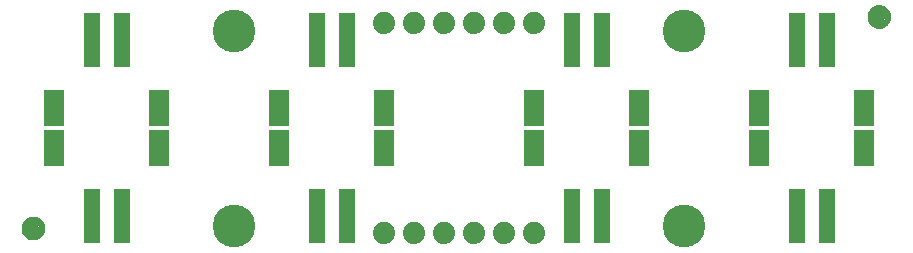
<source format=gbr>
G04 EAGLE Gerber RS-274X export*
G75*
%MOMM*%
%FSLAX34Y34*%
%LPD*%
%INSoldermask Bottom*%
%IPPOS*%
%AMOC8*
5,1,8,0,0,1.08239X$1,22.5*%
G01*
%ADD10C,1.879600*%
%ADD11C,3.617600*%
%ADD12R,1.401600X4.601600*%
%ADD13R,1.701600X3.101600*%
%ADD14C,1.101600*%
%ADD15C,0.469900*%


D10*
X63500Y-88900D03*
X38100Y-88900D03*
X12700Y-88900D03*
X-12700Y-88900D03*
X-38100Y-88900D03*
X-63500Y-88900D03*
D11*
X190500Y82550D03*
X-190500Y82550D03*
X190500Y-82550D03*
X-190500Y-82550D03*
D10*
X63500Y88900D03*
X38100Y88900D03*
X12700Y88900D03*
X-12700Y88900D03*
X-38100Y88900D03*
X-63500Y88900D03*
D12*
X-310950Y74750D03*
X-285950Y74750D03*
D13*
X-342950Y16750D03*
X-253950Y16750D03*
D12*
X-285950Y-74750D03*
X-310950Y-74750D03*
D13*
X-253950Y-16750D03*
X-342950Y-16750D03*
D12*
X-120450Y74750D03*
X-95450Y74750D03*
D13*
X-152450Y16750D03*
X-63450Y16750D03*
D12*
X-95450Y-74750D03*
X-120450Y-74750D03*
D13*
X-63450Y-16750D03*
X-152450Y-16750D03*
D12*
X95450Y74750D03*
X120450Y74750D03*
D13*
X63450Y16750D03*
X152450Y16750D03*
D12*
X120450Y-74750D03*
X95450Y-74750D03*
D13*
X152450Y-16750D03*
X63450Y-16750D03*
D12*
X285950Y74750D03*
X310950Y74750D03*
D13*
X253950Y16750D03*
X342950Y16750D03*
D12*
X310950Y-74750D03*
X285950Y-74750D03*
D13*
X342950Y-16750D03*
X253950Y-16750D03*
D14*
X-360680Y-85090D03*
D15*
X-353180Y-85090D02*
X-353182Y-84909D01*
X-353189Y-84728D01*
X-353200Y-84547D01*
X-353215Y-84366D01*
X-353235Y-84186D01*
X-353259Y-84006D01*
X-353287Y-83827D01*
X-353320Y-83649D01*
X-353357Y-83472D01*
X-353398Y-83295D01*
X-353443Y-83120D01*
X-353493Y-82945D01*
X-353547Y-82772D01*
X-353605Y-82601D01*
X-353667Y-82430D01*
X-353734Y-82262D01*
X-353804Y-82095D01*
X-353878Y-81929D01*
X-353957Y-81766D01*
X-354039Y-81605D01*
X-354125Y-81445D01*
X-354215Y-81288D01*
X-354309Y-81133D01*
X-354406Y-80980D01*
X-354508Y-80830D01*
X-354612Y-80682D01*
X-354721Y-80536D01*
X-354832Y-80394D01*
X-354948Y-80254D01*
X-355066Y-80117D01*
X-355188Y-79982D01*
X-355313Y-79851D01*
X-355441Y-79723D01*
X-355572Y-79598D01*
X-355707Y-79476D01*
X-355844Y-79358D01*
X-355984Y-79242D01*
X-356126Y-79131D01*
X-356272Y-79022D01*
X-356420Y-78918D01*
X-356570Y-78816D01*
X-356723Y-78719D01*
X-356878Y-78625D01*
X-357035Y-78535D01*
X-357195Y-78449D01*
X-357356Y-78367D01*
X-357519Y-78288D01*
X-357685Y-78214D01*
X-357852Y-78144D01*
X-358020Y-78077D01*
X-358191Y-78015D01*
X-358362Y-77957D01*
X-358535Y-77903D01*
X-358710Y-77853D01*
X-358885Y-77808D01*
X-359062Y-77767D01*
X-359239Y-77730D01*
X-359417Y-77697D01*
X-359596Y-77669D01*
X-359776Y-77645D01*
X-359956Y-77625D01*
X-360137Y-77610D01*
X-360318Y-77599D01*
X-360499Y-77592D01*
X-360680Y-77590D01*
X-360861Y-77592D01*
X-361042Y-77599D01*
X-361223Y-77610D01*
X-361404Y-77625D01*
X-361584Y-77645D01*
X-361764Y-77669D01*
X-361943Y-77697D01*
X-362121Y-77730D01*
X-362298Y-77767D01*
X-362475Y-77808D01*
X-362650Y-77853D01*
X-362825Y-77903D01*
X-362998Y-77957D01*
X-363169Y-78015D01*
X-363340Y-78077D01*
X-363508Y-78144D01*
X-363675Y-78214D01*
X-363841Y-78288D01*
X-364004Y-78367D01*
X-364165Y-78449D01*
X-364325Y-78535D01*
X-364482Y-78625D01*
X-364637Y-78719D01*
X-364790Y-78816D01*
X-364940Y-78918D01*
X-365088Y-79022D01*
X-365234Y-79131D01*
X-365376Y-79242D01*
X-365516Y-79358D01*
X-365653Y-79476D01*
X-365788Y-79598D01*
X-365919Y-79723D01*
X-366047Y-79851D01*
X-366172Y-79982D01*
X-366294Y-80117D01*
X-366412Y-80254D01*
X-366528Y-80394D01*
X-366639Y-80536D01*
X-366748Y-80682D01*
X-366852Y-80830D01*
X-366954Y-80980D01*
X-367051Y-81133D01*
X-367145Y-81288D01*
X-367235Y-81445D01*
X-367321Y-81605D01*
X-367403Y-81766D01*
X-367482Y-81929D01*
X-367556Y-82095D01*
X-367626Y-82262D01*
X-367693Y-82430D01*
X-367755Y-82601D01*
X-367813Y-82772D01*
X-367867Y-82945D01*
X-367917Y-83120D01*
X-367962Y-83295D01*
X-368003Y-83472D01*
X-368040Y-83649D01*
X-368073Y-83827D01*
X-368101Y-84006D01*
X-368125Y-84186D01*
X-368145Y-84366D01*
X-368160Y-84547D01*
X-368171Y-84728D01*
X-368178Y-84909D01*
X-368180Y-85090D01*
X-368178Y-85271D01*
X-368171Y-85452D01*
X-368160Y-85633D01*
X-368145Y-85814D01*
X-368125Y-85994D01*
X-368101Y-86174D01*
X-368073Y-86353D01*
X-368040Y-86531D01*
X-368003Y-86708D01*
X-367962Y-86885D01*
X-367917Y-87060D01*
X-367867Y-87235D01*
X-367813Y-87408D01*
X-367755Y-87579D01*
X-367693Y-87750D01*
X-367626Y-87918D01*
X-367556Y-88085D01*
X-367482Y-88251D01*
X-367403Y-88414D01*
X-367321Y-88575D01*
X-367235Y-88735D01*
X-367145Y-88892D01*
X-367051Y-89047D01*
X-366954Y-89200D01*
X-366852Y-89350D01*
X-366748Y-89498D01*
X-366639Y-89644D01*
X-366528Y-89786D01*
X-366412Y-89926D01*
X-366294Y-90063D01*
X-366172Y-90198D01*
X-366047Y-90329D01*
X-365919Y-90457D01*
X-365788Y-90582D01*
X-365653Y-90704D01*
X-365516Y-90822D01*
X-365376Y-90938D01*
X-365234Y-91049D01*
X-365088Y-91158D01*
X-364940Y-91262D01*
X-364790Y-91364D01*
X-364637Y-91461D01*
X-364482Y-91555D01*
X-364325Y-91645D01*
X-364165Y-91731D01*
X-364004Y-91813D01*
X-363841Y-91892D01*
X-363675Y-91966D01*
X-363508Y-92036D01*
X-363340Y-92103D01*
X-363169Y-92165D01*
X-362998Y-92223D01*
X-362825Y-92277D01*
X-362650Y-92327D01*
X-362475Y-92372D01*
X-362298Y-92413D01*
X-362121Y-92450D01*
X-361943Y-92483D01*
X-361764Y-92511D01*
X-361584Y-92535D01*
X-361404Y-92555D01*
X-361223Y-92570D01*
X-361042Y-92581D01*
X-360861Y-92588D01*
X-360680Y-92590D01*
X-360499Y-92588D01*
X-360318Y-92581D01*
X-360137Y-92570D01*
X-359956Y-92555D01*
X-359776Y-92535D01*
X-359596Y-92511D01*
X-359417Y-92483D01*
X-359239Y-92450D01*
X-359062Y-92413D01*
X-358885Y-92372D01*
X-358710Y-92327D01*
X-358535Y-92277D01*
X-358362Y-92223D01*
X-358191Y-92165D01*
X-358020Y-92103D01*
X-357852Y-92036D01*
X-357685Y-91966D01*
X-357519Y-91892D01*
X-357356Y-91813D01*
X-357195Y-91731D01*
X-357035Y-91645D01*
X-356878Y-91555D01*
X-356723Y-91461D01*
X-356570Y-91364D01*
X-356420Y-91262D01*
X-356272Y-91158D01*
X-356126Y-91049D01*
X-355984Y-90938D01*
X-355844Y-90822D01*
X-355707Y-90704D01*
X-355572Y-90582D01*
X-355441Y-90457D01*
X-355313Y-90329D01*
X-355188Y-90198D01*
X-355066Y-90063D01*
X-354948Y-89926D01*
X-354832Y-89786D01*
X-354721Y-89644D01*
X-354612Y-89498D01*
X-354508Y-89350D01*
X-354406Y-89200D01*
X-354309Y-89047D01*
X-354215Y-88892D01*
X-354125Y-88735D01*
X-354039Y-88575D01*
X-353957Y-88414D01*
X-353878Y-88251D01*
X-353804Y-88085D01*
X-353734Y-87918D01*
X-353667Y-87750D01*
X-353605Y-87579D01*
X-353547Y-87408D01*
X-353493Y-87235D01*
X-353443Y-87060D01*
X-353398Y-86885D01*
X-353357Y-86708D01*
X-353320Y-86531D01*
X-353287Y-86353D01*
X-353259Y-86174D01*
X-353235Y-85994D01*
X-353215Y-85814D01*
X-353200Y-85633D01*
X-353189Y-85452D01*
X-353182Y-85271D01*
X-353180Y-85090D01*
D14*
X355600Y93980D03*
D15*
X363100Y93980D02*
X363098Y94161D01*
X363091Y94342D01*
X363080Y94523D01*
X363065Y94704D01*
X363045Y94884D01*
X363021Y95064D01*
X362993Y95243D01*
X362960Y95421D01*
X362923Y95598D01*
X362882Y95775D01*
X362837Y95950D01*
X362787Y96125D01*
X362733Y96298D01*
X362675Y96469D01*
X362613Y96640D01*
X362546Y96808D01*
X362476Y96975D01*
X362402Y97141D01*
X362323Y97304D01*
X362241Y97465D01*
X362155Y97625D01*
X362065Y97782D01*
X361971Y97937D01*
X361874Y98090D01*
X361772Y98240D01*
X361668Y98388D01*
X361559Y98534D01*
X361448Y98676D01*
X361332Y98816D01*
X361214Y98953D01*
X361092Y99088D01*
X360967Y99219D01*
X360839Y99347D01*
X360708Y99472D01*
X360573Y99594D01*
X360436Y99712D01*
X360296Y99828D01*
X360154Y99939D01*
X360008Y100048D01*
X359860Y100152D01*
X359710Y100254D01*
X359557Y100351D01*
X359402Y100445D01*
X359245Y100535D01*
X359085Y100621D01*
X358924Y100703D01*
X358761Y100782D01*
X358595Y100856D01*
X358428Y100926D01*
X358260Y100993D01*
X358089Y101055D01*
X357918Y101113D01*
X357745Y101167D01*
X357570Y101217D01*
X357395Y101262D01*
X357218Y101303D01*
X357041Y101340D01*
X356863Y101373D01*
X356684Y101401D01*
X356504Y101425D01*
X356324Y101445D01*
X356143Y101460D01*
X355962Y101471D01*
X355781Y101478D01*
X355600Y101480D01*
X355419Y101478D01*
X355238Y101471D01*
X355057Y101460D01*
X354876Y101445D01*
X354696Y101425D01*
X354516Y101401D01*
X354337Y101373D01*
X354159Y101340D01*
X353982Y101303D01*
X353805Y101262D01*
X353630Y101217D01*
X353455Y101167D01*
X353282Y101113D01*
X353111Y101055D01*
X352940Y100993D01*
X352772Y100926D01*
X352605Y100856D01*
X352439Y100782D01*
X352276Y100703D01*
X352115Y100621D01*
X351955Y100535D01*
X351798Y100445D01*
X351643Y100351D01*
X351490Y100254D01*
X351340Y100152D01*
X351192Y100048D01*
X351046Y99939D01*
X350904Y99828D01*
X350764Y99712D01*
X350627Y99594D01*
X350492Y99472D01*
X350361Y99347D01*
X350233Y99219D01*
X350108Y99088D01*
X349986Y98953D01*
X349868Y98816D01*
X349752Y98676D01*
X349641Y98534D01*
X349532Y98388D01*
X349428Y98240D01*
X349326Y98090D01*
X349229Y97937D01*
X349135Y97782D01*
X349045Y97625D01*
X348959Y97465D01*
X348877Y97304D01*
X348798Y97141D01*
X348724Y96975D01*
X348654Y96808D01*
X348587Y96640D01*
X348525Y96469D01*
X348467Y96298D01*
X348413Y96125D01*
X348363Y95950D01*
X348318Y95775D01*
X348277Y95598D01*
X348240Y95421D01*
X348207Y95243D01*
X348179Y95064D01*
X348155Y94884D01*
X348135Y94704D01*
X348120Y94523D01*
X348109Y94342D01*
X348102Y94161D01*
X348100Y93980D01*
X348102Y93799D01*
X348109Y93618D01*
X348120Y93437D01*
X348135Y93256D01*
X348155Y93076D01*
X348179Y92896D01*
X348207Y92717D01*
X348240Y92539D01*
X348277Y92362D01*
X348318Y92185D01*
X348363Y92010D01*
X348413Y91835D01*
X348467Y91662D01*
X348525Y91491D01*
X348587Y91320D01*
X348654Y91152D01*
X348724Y90985D01*
X348798Y90819D01*
X348877Y90656D01*
X348959Y90495D01*
X349045Y90335D01*
X349135Y90178D01*
X349229Y90023D01*
X349326Y89870D01*
X349428Y89720D01*
X349532Y89572D01*
X349641Y89426D01*
X349752Y89284D01*
X349868Y89144D01*
X349986Y89007D01*
X350108Y88872D01*
X350233Y88741D01*
X350361Y88613D01*
X350492Y88488D01*
X350627Y88366D01*
X350764Y88248D01*
X350904Y88132D01*
X351046Y88021D01*
X351192Y87912D01*
X351340Y87808D01*
X351490Y87706D01*
X351643Y87609D01*
X351798Y87515D01*
X351955Y87425D01*
X352115Y87339D01*
X352276Y87257D01*
X352439Y87178D01*
X352605Y87104D01*
X352772Y87034D01*
X352940Y86967D01*
X353111Y86905D01*
X353282Y86847D01*
X353455Y86793D01*
X353630Y86743D01*
X353805Y86698D01*
X353982Y86657D01*
X354159Y86620D01*
X354337Y86587D01*
X354516Y86559D01*
X354696Y86535D01*
X354876Y86515D01*
X355057Y86500D01*
X355238Y86489D01*
X355419Y86482D01*
X355600Y86480D01*
X355781Y86482D01*
X355962Y86489D01*
X356143Y86500D01*
X356324Y86515D01*
X356504Y86535D01*
X356684Y86559D01*
X356863Y86587D01*
X357041Y86620D01*
X357218Y86657D01*
X357395Y86698D01*
X357570Y86743D01*
X357745Y86793D01*
X357918Y86847D01*
X358089Y86905D01*
X358260Y86967D01*
X358428Y87034D01*
X358595Y87104D01*
X358761Y87178D01*
X358924Y87257D01*
X359085Y87339D01*
X359245Y87425D01*
X359402Y87515D01*
X359557Y87609D01*
X359710Y87706D01*
X359860Y87808D01*
X360008Y87912D01*
X360154Y88021D01*
X360296Y88132D01*
X360436Y88248D01*
X360573Y88366D01*
X360708Y88488D01*
X360839Y88613D01*
X360967Y88741D01*
X361092Y88872D01*
X361214Y89007D01*
X361332Y89144D01*
X361448Y89284D01*
X361559Y89426D01*
X361668Y89572D01*
X361772Y89720D01*
X361874Y89870D01*
X361971Y90023D01*
X362065Y90178D01*
X362155Y90335D01*
X362241Y90495D01*
X362323Y90656D01*
X362402Y90819D01*
X362476Y90985D01*
X362546Y91152D01*
X362613Y91320D01*
X362675Y91491D01*
X362733Y91662D01*
X362787Y91835D01*
X362837Y92010D01*
X362882Y92185D01*
X362923Y92362D01*
X362960Y92539D01*
X362993Y92717D01*
X363021Y92896D01*
X363045Y93076D01*
X363065Y93256D01*
X363080Y93437D01*
X363091Y93618D01*
X363098Y93799D01*
X363100Y93980D01*
M02*

</source>
